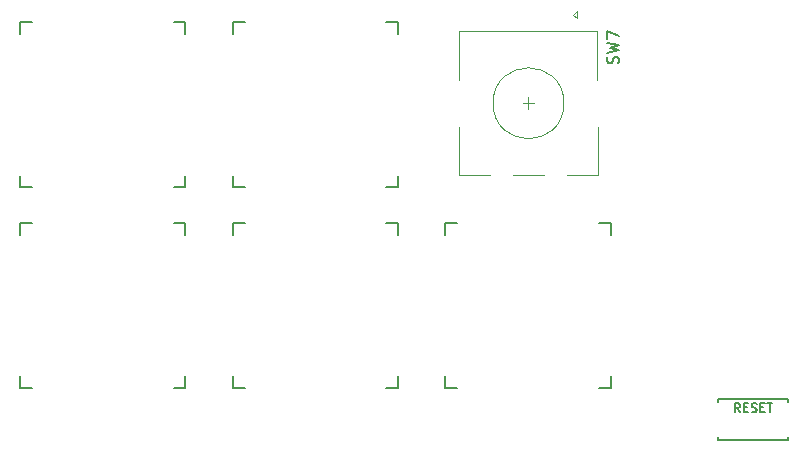
<source format=gbr>
G04 #@! TF.GenerationSoftware,KiCad,Pcbnew,(5.1.5-0-10_14)*
G04 #@! TF.CreationDate,2020-05-01T17:12:48+01:00*
G04 #@! TF.ProjectId,macro1,6d616372-6f31-42e6-9b69-6361645f7063,0.1*
G04 #@! TF.SameCoordinates,Original*
G04 #@! TF.FileFunction,Legend,Top*
G04 #@! TF.FilePolarity,Positive*
%FSLAX46Y46*%
G04 Gerber Fmt 4.6, Leading zero omitted, Abs format (unit mm)*
G04 Created by KiCad (PCBNEW (5.1.5-0-10_14)) date 2020-05-01 17:12:48*
%MOMM*%
%LPD*%
G04 APERTURE LIST*
%ADD10C,0.120000*%
%ADD11C,0.150000*%
G04 APERTURE END LIST*
D10*
X76700000Y-68460000D02*
G75*
G03X76700000Y-68460000I-3000000J0D01*
G01*
X79600000Y-70460000D02*
X79600000Y-74560000D01*
X67800000Y-74560000D02*
X67800000Y-70460000D01*
X67800000Y-66460000D02*
X67800000Y-62360000D01*
X79500000Y-66460000D02*
X79500000Y-62360000D01*
X79500000Y-62360000D02*
X67800000Y-62360000D01*
X77500000Y-60960000D02*
X77800000Y-60660000D01*
X77800000Y-60660000D02*
X77800000Y-61260000D01*
X77800000Y-61260000D02*
X77500000Y-60960000D01*
X79600000Y-74560000D02*
X77000000Y-74560000D01*
X75000000Y-74560000D02*
X72400000Y-74560000D01*
X70400000Y-74560000D02*
X67800000Y-74560000D01*
X74200000Y-68460000D02*
X73200000Y-68460000D01*
X73700000Y-67960000D02*
X73700000Y-68960000D01*
D11*
X95710000Y-93500000D02*
X95710000Y-93750000D01*
X89710000Y-93500000D02*
X95710000Y-93500000D01*
X89710000Y-93500000D02*
X89710000Y-93750000D01*
X89710000Y-97000000D02*
X89710000Y-96750000D01*
X95710000Y-97000000D02*
X95710000Y-96750000D01*
X89710000Y-97000000D02*
X95710000Y-97000000D01*
X30660000Y-61580000D02*
X31660000Y-61580000D01*
X30660000Y-62580000D02*
X30660000Y-61580000D01*
X30660000Y-75580000D02*
X30660000Y-74580000D01*
X31660000Y-75580000D02*
X30660000Y-75580000D01*
X44660000Y-75580000D02*
X43660000Y-75580000D01*
X44660000Y-74580000D02*
X44660000Y-75580000D01*
X44660000Y-61580000D02*
X44660000Y-62580000D01*
X43660000Y-61580000D02*
X44660000Y-61580000D01*
X48660000Y-61580000D02*
X49660000Y-61580000D01*
X48660000Y-62580000D02*
X48660000Y-61580000D01*
X48660000Y-75580000D02*
X48660000Y-74580000D01*
X49660000Y-75580000D02*
X48660000Y-75580000D01*
X62660000Y-75580000D02*
X61660000Y-75580000D01*
X62660000Y-74580000D02*
X62660000Y-75580000D01*
X62660000Y-61580000D02*
X62660000Y-62580000D01*
X61660000Y-61580000D02*
X62660000Y-61580000D01*
X66660000Y-78580000D02*
X67660000Y-78580000D01*
X66660000Y-79580000D02*
X66660000Y-78580000D01*
X66660000Y-92580000D02*
X66660000Y-91580000D01*
X67660000Y-92580000D02*
X66660000Y-92580000D01*
X80660000Y-92580000D02*
X79660000Y-92580000D01*
X80660000Y-91580000D02*
X80660000Y-92580000D01*
X80660000Y-78580000D02*
X80660000Y-79580000D01*
X79660000Y-78580000D02*
X80660000Y-78580000D01*
X48660000Y-78580000D02*
X49660000Y-78580000D01*
X48660000Y-79580000D02*
X48660000Y-78580000D01*
X48660000Y-92580000D02*
X48660000Y-91580000D01*
X49660000Y-92580000D02*
X48660000Y-92580000D01*
X62660000Y-92580000D02*
X61660000Y-92580000D01*
X62660000Y-91580000D02*
X62660000Y-92580000D01*
X62660000Y-78580000D02*
X62660000Y-79580000D01*
X61660000Y-78580000D02*
X62660000Y-78580000D01*
X30660000Y-78580000D02*
X31660000Y-78580000D01*
X30660000Y-79580000D02*
X30660000Y-78580000D01*
X30660000Y-92580000D02*
X30660000Y-91580000D01*
X31660000Y-92580000D02*
X30660000Y-92580000D01*
X44660000Y-92580000D02*
X43660000Y-92580000D01*
X44660000Y-91580000D02*
X44660000Y-92580000D01*
X44660000Y-78580000D02*
X44660000Y-79580000D01*
X43660000Y-78580000D02*
X44660000Y-78580000D01*
X81304761Y-65093333D02*
X81352380Y-64950476D01*
X81352380Y-64712380D01*
X81304761Y-64617142D01*
X81257142Y-64569523D01*
X81161904Y-64521904D01*
X81066666Y-64521904D01*
X80971428Y-64569523D01*
X80923809Y-64617142D01*
X80876190Y-64712380D01*
X80828571Y-64902857D01*
X80780952Y-64998095D01*
X80733333Y-65045714D01*
X80638095Y-65093333D01*
X80542857Y-65093333D01*
X80447619Y-65045714D01*
X80400000Y-64998095D01*
X80352380Y-64902857D01*
X80352380Y-64664761D01*
X80400000Y-64521904D01*
X80352380Y-64188571D02*
X81352380Y-63950476D01*
X80638095Y-63760000D01*
X81352380Y-63569523D01*
X80352380Y-63331428D01*
X80352380Y-63045714D02*
X80352380Y-62379047D01*
X81352380Y-62807619D01*
X91620714Y-94609285D02*
X91370714Y-94252142D01*
X91192142Y-94609285D02*
X91192142Y-93859285D01*
X91477857Y-93859285D01*
X91549285Y-93895000D01*
X91585000Y-93930714D01*
X91620714Y-94002142D01*
X91620714Y-94109285D01*
X91585000Y-94180714D01*
X91549285Y-94216428D01*
X91477857Y-94252142D01*
X91192142Y-94252142D01*
X91942142Y-94216428D02*
X92192142Y-94216428D01*
X92299285Y-94609285D02*
X91942142Y-94609285D01*
X91942142Y-93859285D01*
X92299285Y-93859285D01*
X92585000Y-94573571D02*
X92692142Y-94609285D01*
X92870714Y-94609285D01*
X92942142Y-94573571D01*
X92977857Y-94537857D01*
X93013571Y-94466428D01*
X93013571Y-94395000D01*
X92977857Y-94323571D01*
X92942142Y-94287857D01*
X92870714Y-94252142D01*
X92727857Y-94216428D01*
X92656428Y-94180714D01*
X92620714Y-94145000D01*
X92585000Y-94073571D01*
X92585000Y-94002142D01*
X92620714Y-93930714D01*
X92656428Y-93895000D01*
X92727857Y-93859285D01*
X92906428Y-93859285D01*
X93013571Y-93895000D01*
X93335000Y-94216428D02*
X93585000Y-94216428D01*
X93692142Y-94609285D02*
X93335000Y-94609285D01*
X93335000Y-93859285D01*
X93692142Y-93859285D01*
X93906428Y-93859285D02*
X94335000Y-93859285D01*
X94120714Y-94609285D02*
X94120714Y-93859285D01*
M02*

</source>
